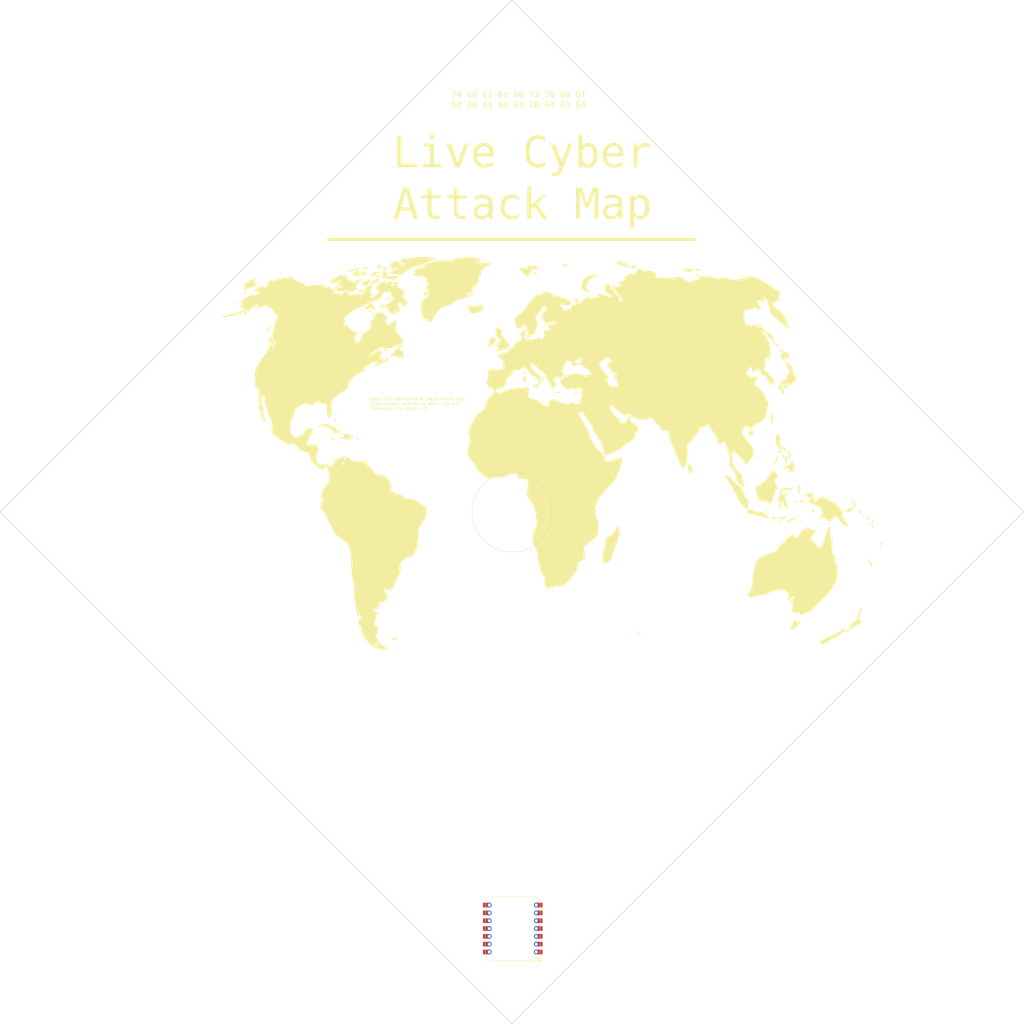
<source format=kicad_pcb>
(kicad_pcb (version 20241229) (generator "pcbnew") (generator_version "9.0")
  (layers (0 "F.Cu" signal) (2 "B.Cu" signal) (13 "F.Paste" user) (15 "B.Paste" user) (5 "F.SilkS" user "F.Silkscreen") (7 "B.SilkS" user "B.Silkscreen") (1 "F.Mask" user) (3 "B.Mask" user) (25 "Edge.Cuts" user))
  (net 0 "")
  (footprint "LOGO" (layer "F.Cu") (at 285.358914 190.811903)
    (property "Reference" "G***" (at 0 0 0) (layer "F.SilkS") (effects (font (size 1.5 1.5) (thickness 0.3))))
    (property "Value" "LOGO" (hide yes))
  )
  (footprint "ESP32-S3:XIAO-ESP32S3-DIP" (layer "F.Cu") (at 277.5 348.3185 180)
    (property "Reference" "U1" (at -8 -12 180) (layer "F.SilkS") (effects (font (size 0.635 0.635) (thickness 0.1016))))
    (property "Value" "MOUDLE-SEEEDUINO-XIAO-ESP32S3")
    (pad "1" smd roundrect (at -8.455 -7.62) (size 2.432 1.524) (layers "F.Cu" "F.Mask") (roundrect_rratio 0.1))
    (pad "1" thru_hole circle (at -7.62 -7.62) (size 1.524 1.524) (drill 0.889) (layers "*.Cu" "*.Mask"))
    (pad "2" smd roundrect (at -8.455 -5.08) (size 2.432 1.524) (layers "F.Cu" "F.Mask") (roundrect_rratio 0.1))
    (pad "2" thru_hole circle (at -7.62 -5.08) (size 1.524 1.524) (drill 0.889) (layers "*.Cu" "*.Mask"))
    (pad "3" smd roundrect (at -8.455 -2.54) (size 2.432 1.524) (layers "F.Cu" "F.Mask") (roundrect_rratio 0.1))
    (pad "3" thru_hole circle (at -7.62 -2.54) (size 1.524 1.524) (drill 0.889) (layers "*.Cu" "*.Mask"))
    (pad "4" smd roundrect (at -8.455 0) (size 2.432 1.524) (layers "F.Cu" "F.Mask") (roundrect_rratio 0.1))
    (pad "4" thru_hole circle (at -7.62 0) (size 1.524 1.524) (drill 0.889) (layers "*.Cu" "*.Mask"))
    (pad "5" smd roundrect (at -8.455 2.54) (size 2.432 1.524) (layers "F.Cu" "F.Mask") (roundrect_rratio 0.1))
    (pad "5" thru_hole circle (at -7.62 2.54) (size 1.524 1.524) (drill 0.889) (layers "*.Cu" "*.Mask"))
    (pad "6" smd roundrect (at -8.455 5.08) (size 2.432 1.524) (layers "F.Cu" "F.Mask") (roundrect_rratio 0.1))
    (pad "6" thru_hole circle (at -7.62 5.08) (size 1.524 1.524) (drill 0.889) (layers "*.Cu" "*.Mask"))
    (pad "7" smd roundrect (at -8.455 7.62) (size 2.432 1.524) (layers "F.Cu" "F.Mask") (roundrect_rratio 0.1))
    (pad "7" thru_hole circle (at -7.62 7.62) (size 1.524 1.524) (drill 0.889) (layers "*.Cu" "*.Mask"))
    (pad "8" thru_hole circle (at 7.62 7.62 180) (size 1.524 1.524) (drill 0.889) (layers "*.Cu" "*.Mask"))
    (pad "8" smd roundrect (at 8.455 7.62 180) (size 2.432 1.524) (layers "F.Cu" "F.Mask") (roundrect_rratio 0.1))
    (pad "9" thru_hole circle (at 7.62 5.08 180) (size 1.524 1.524) (drill 0.889) (layers "*.Cu" "*.Mask"))
    (pad "9" smd roundrect (at 8.455 5.08 180) (size 2.432 1.524) (layers "F.Cu" "F.Mask") (roundrect_rratio 0.1))
    (pad "10" thru_hole circle (at 7.62 2.54 180) (size 1.524 1.524) (drill 0.889) (layers "*.Cu" "*.Mask"))
    (pad "10" smd roundrect (at 8.455 2.54 180) (size 2.432 1.524) (layers "F.Cu" "F.Mask") (roundrect_rratio 0.1))
    (pad "11" thru_hole circle (at 7.62 0 180) (size 1.524 1.524) (drill 0.889) (layers "*.Cu" "*.Mask"))
    (pad "11" smd roundrect (at 8.455 0 180) (size 2.432 1.524) (layers "F.Cu" "F.Mask") (roundrect_rratio 0.1))
    (pad "12" thru_hole circle (at 7.62 -2.54 180) (size 1.524 1.524) (drill 0.889) (layers "*.Cu" "*.Mask"))
    (pad "12" smd roundrect (at 8.455 -2.54 180) (size 2.432 1.524) (layers "F.Cu" "F.Mask") (roundrect_rratio 0.1))
    (pad "13" thru_hole circle (at 7.62 -5.08 180) (size 1.524 1.524) (drill 0.889) (layers "*.Cu" "*.Mask"))
    (pad "13" smd roundrect (at 8.455 -5.08 180) (size 2.432 1.524) (layers "F.Cu" "F.Mask") (roundrect_rratio 0.1))
    (pad "14" thru_hole circle (at 7.62 -7.62 180) (size 1.524 1.524) (drill 0.889) (layers "*.Cu" "*.Mask"))
    (pad "14" smd roundrect (at 8.455 -7.62 180) (size 2.432 1.524) (layers "F.Cu" "F.Mask") (roundrect_rratio 0.1))
  )
  (gr_line (start 217.5 124.5) (end 336.5 124.5) (stroke (width 1)) (layer "F.SilkS"))
  (gr_line (start 277.205047 379.153641) (end 111.034953 212.983547) (stroke (width 0.2)) (layer "Edge.Cuts"))
  (gr_line (start 443.375141 212.983547) (end 277.205047 46.813453) (stroke (width 0.2)) (layer "Edge.Cuts"))
  (gr_line (start 443.375141 212.983547) (end 277.205047 379.153641) (stroke (width 0.2)) (layer "Edge.Cuts"))
  (gr_line (start 277.205047 46.813453) (end 111.034953 212.983547) (stroke (width 0.2)) (layer "Edge.Cuts"))
  (gr_circle (center 277.25 213) (end 290.25 213) (stroke (width 0.1)) (fill no) (layer "Edge.Cuts"))
  (gr_text "74 68 61 6e 6b 73 20 6d 6f\n6d 20 61 6e 64 20 64 61 64" (at 257.5 82 0) (layer "F.SilkS") (effects (font (size 2 2) (thickness 0.25)) (justify left bottom)))
  (gr_text "Each LED represents a major world city. \nCyberattacks nearest to each city will \nilluminate the city's LED." (at 231 180 0) (layer "F.SilkS") (effects (font (size 1 1)) (justify left bottom)))
  (gr_text "Live Cyber\nAttack Map" (at 238.5 119.5 0) (layer "F.SilkS") (effects (font (size 10 10) (thickness 1.25)) (justify left bottom)))
)
</source>
